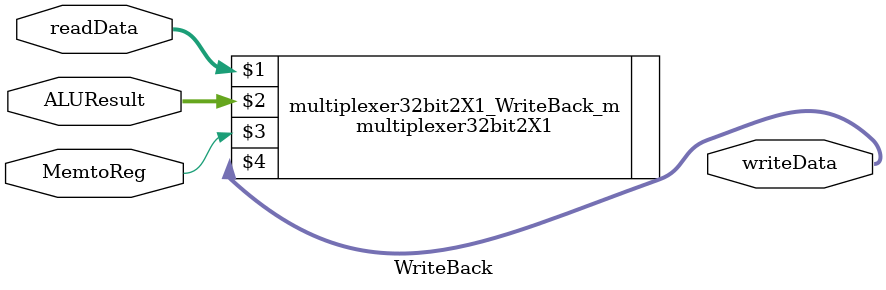
<source format=v>
`timescale 1ns / 1ps
module WriteBack(
    input wire MemtoReg,
    input wire [31:0] readData,
    input wire [31:0] ALUResult,
    output wire [31:0] writeData
    );

multiplexer32bit2X1 multiplexer32bit2X1_WriteBack_m (
		readData, 
		ALUResult, 
		MemtoReg, 
		writeData
	);

endmodule

</source>
